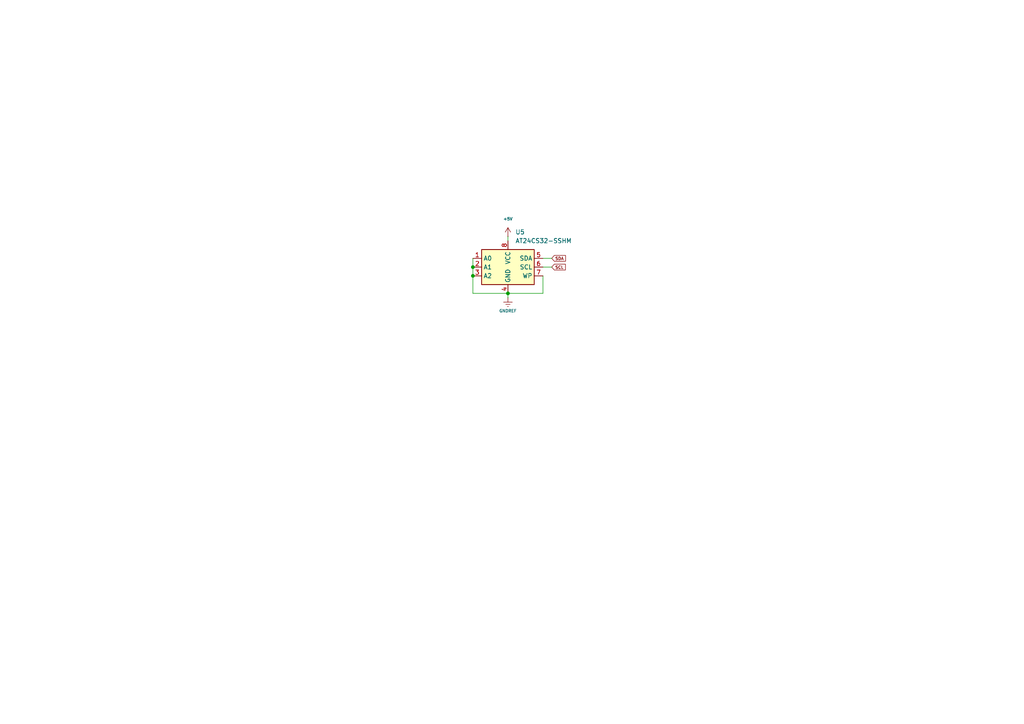
<source format=kicad_sch>
(kicad_sch
	(version 20250114)
	(generator "eeschema")
	(generator_version "9.0")
	(uuid "2ad8bea3-38e0-40d6-93ca-5affcd0bfaf3")
	(paper "A4")
	(lib_symbols
		(symbol "Library:+5V"
			(power)
			(pin_numbers
				(hide yes)
			)
			(pin_names
				(offset 0)
				(hide yes)
			)
			(exclude_from_sim no)
			(in_bom yes)
			(on_board yes)
			(property "Reference" "#PWR"
				(at 0 -3.81 0)
				(effects
					(font
						(size 1.27 1.27)
					)
					(hide yes)
				)
			)
			(property "Value" "+5V"
				(at 0 3.556 0)
				(effects
					(font
						(size 1.27 1.27)
					)
				)
			)
			(property "Footprint" ""
				(at 0 0 0)
				(effects
					(font
						(size 1.27 1.27)
					)
					(hide yes)
				)
			)
			(property "Datasheet" ""
				(at 0 0 0)
				(effects
					(font
						(size 1.27 1.27)
					)
					(hide yes)
				)
			)
			(property "Description" "Power symbol creates a global label with name \"+5V\""
				(at 0 0 0)
				(effects
					(font
						(size 1.27 1.27)
					)
					(hide yes)
				)
			)
			(property "ki_keywords" "global power"
				(at 0 0 0)
				(effects
					(font
						(size 1.27 1.27)
					)
					(hide yes)
				)
			)
			(symbol "+5V_0_1"
				(polyline
					(pts
						(xy -0.762 1.27) (xy 0 2.54)
					)
					(stroke
						(width 0)
						(type default)
					)
					(fill
						(type none)
					)
				)
				(polyline
					(pts
						(xy 0 2.54) (xy 0.762 1.27)
					)
					(stroke
						(width 0)
						(type default)
					)
					(fill
						(type none)
					)
				)
				(polyline
					(pts
						(xy 0 0) (xy 0 2.54)
					)
					(stroke
						(width 0)
						(type default)
					)
					(fill
						(type none)
					)
				)
			)
			(symbol "+5V_1_1"
				(pin power_in line
					(at 0 0 90)
					(length 0)
					(name "~"
						(effects
							(font
								(size 1.27 1.27)
							)
						)
					)
					(number "1"
						(effects
							(font
								(size 1.27 1.27)
							)
						)
					)
				)
			)
			(embedded_fonts no)
		)
		(symbol "Library:AT24CS32-SSHM"
			(exclude_from_sim no)
			(in_bom yes)
			(on_board yes)
			(property "Reference" "U"
				(at -7.62 6.35 0)
				(effects
					(font
						(size 1.27 1.27)
					)
				)
			)
			(property "Value" "AT24CS32-SSHM"
				(at 2.54 -6.35 0)
				(effects
					(font
						(size 1.27 1.27)
					)
					(justify left)
				)
			)
			(property "Footprint" "Package_SO:SOIC-8_3.9x4.9mm_P1.27mm"
				(at 0 0 0)
				(effects
					(font
						(size 1.27 1.27)
					)
					(hide yes)
				)
			)
			(property "Datasheet" "http://ww1.microchip.com/downloads/en/DeviceDoc/Atmel-8869-SEEPROM-AT24CS32-Datasheet.pdf"
				(at 0 0 0)
				(effects
					(font
						(size 1.27 1.27)
					)
					(hide yes)
				)
			)
			(property "Description" "I2C Serial EEPROM, 32Kb (4096x8) with Unique Serial Number, SO8"
				(at 0 0 0)
				(effects
					(font
						(size 1.27 1.27)
					)
					(hide yes)
				)
			)
			(property "ki_keywords" "I2C Serial EEPROM Nonvolatile Memory"
				(at 0 0 0)
				(effects
					(font
						(size 1.27 1.27)
					)
					(hide yes)
				)
			)
			(property "ki_fp_filters" "SOIC*3.9x4.9mm*P1.27mm*"
				(at 0 0 0)
				(effects
					(font
						(size 1.27 1.27)
					)
					(hide yes)
				)
			)
			(symbol "AT24CS32-SSHM_1_1"
				(rectangle
					(start -7.62 5.08)
					(end 7.62 -5.08)
					(stroke
						(width 0.254)
						(type default)
					)
					(fill
						(type background)
					)
				)
				(pin input line
					(at -10.16 2.54 0)
					(length 2.54)
					(name "A0"
						(effects
							(font
								(size 1.27 1.27)
							)
						)
					)
					(number "1"
						(effects
							(font
								(size 1.27 1.27)
							)
						)
					)
				)
				(pin input line
					(at -10.16 0 0)
					(length 2.54)
					(name "A1"
						(effects
							(font
								(size 1.27 1.27)
							)
						)
					)
					(number "2"
						(effects
							(font
								(size 1.27 1.27)
							)
						)
					)
				)
				(pin input line
					(at -10.16 -2.54 0)
					(length 2.54)
					(name "A2"
						(effects
							(font
								(size 1.27 1.27)
							)
						)
					)
					(number "3"
						(effects
							(font
								(size 1.27 1.27)
							)
						)
					)
				)
				(pin power_in line
					(at 0 7.62 270)
					(length 2.54)
					(name "VCC"
						(effects
							(font
								(size 1.27 1.27)
							)
						)
					)
					(number "8"
						(effects
							(font
								(size 1.27 1.27)
							)
						)
					)
				)
				(pin power_in line
					(at 0 -7.62 90)
					(length 2.54)
					(name "GND"
						(effects
							(font
								(size 1.27 1.27)
							)
						)
					)
					(number "4"
						(effects
							(font
								(size 1.27 1.27)
							)
						)
					)
				)
				(pin bidirectional line
					(at 10.16 2.54 180)
					(length 2.54)
					(name "SDA"
						(effects
							(font
								(size 1.27 1.27)
							)
						)
					)
					(number "5"
						(effects
							(font
								(size 1.27 1.27)
							)
						)
					)
				)
				(pin input line
					(at 10.16 0 180)
					(length 2.54)
					(name "SCL"
						(effects
							(font
								(size 1.27 1.27)
							)
						)
					)
					(number "6"
						(effects
							(font
								(size 1.27 1.27)
							)
						)
					)
				)
				(pin input line
					(at 10.16 -2.54 180)
					(length 2.54)
					(name "WP"
						(effects
							(font
								(size 1.27 1.27)
							)
						)
					)
					(number "7"
						(effects
							(font
								(size 1.27 1.27)
							)
						)
					)
				)
			)
			(embedded_fonts no)
		)
		(symbol "Library:GNDREF"
			(power)
			(pin_numbers
				(hide yes)
			)
			(pin_names
				(offset 0)
				(hide yes)
			)
			(exclude_from_sim no)
			(in_bom yes)
			(on_board yes)
			(property "Reference" "#PWR"
				(at 0 -6.35 0)
				(effects
					(font
						(size 1.27 1.27)
					)
					(hide yes)
				)
			)
			(property "Value" "GNDREF"
				(at 0 -3.81 0)
				(effects
					(font
						(size 1.27 1.27)
					)
				)
			)
			(property "Footprint" ""
				(at 0 0 0)
				(effects
					(font
						(size 1.27 1.27)
					)
					(hide yes)
				)
			)
			(property "Datasheet" ""
				(at 0 0 0)
				(effects
					(font
						(size 1.27 1.27)
					)
					(hide yes)
				)
			)
			(property "Description" "Power symbol creates a global label with name \"GNDREF\" , reference supply ground"
				(at 0 0 0)
				(effects
					(font
						(size 1.27 1.27)
					)
					(hide yes)
				)
			)
			(property "ki_keywords" "global power"
				(at 0 0 0)
				(effects
					(font
						(size 1.27 1.27)
					)
					(hide yes)
				)
			)
			(symbol "GNDREF_0_1"
				(polyline
					(pts
						(xy -0.635 -1.905) (xy 0.635 -1.905)
					)
					(stroke
						(width 0)
						(type default)
					)
					(fill
						(type none)
					)
				)
				(polyline
					(pts
						(xy -0.127 -2.54) (xy 0.127 -2.54)
					)
					(stroke
						(width 0)
						(type default)
					)
					(fill
						(type none)
					)
				)
				(polyline
					(pts
						(xy 0 -1.27) (xy 0 0)
					)
					(stroke
						(width 0)
						(type default)
					)
					(fill
						(type none)
					)
				)
				(polyline
					(pts
						(xy 1.27 -1.27) (xy -1.27 -1.27)
					)
					(stroke
						(width 0)
						(type default)
					)
					(fill
						(type none)
					)
				)
			)
			(symbol "GNDREF_1_1"
				(pin power_in line
					(at 0 0 270)
					(length 0)
					(name "~"
						(effects
							(font
								(size 1.27 1.27)
							)
						)
					)
					(number "1"
						(effects
							(font
								(size 1.27 1.27)
							)
						)
					)
				)
			)
			(embedded_fonts no)
		)
	)
	(junction
		(at 147.32 85.09)
		(diameter 0)
		(color 0 0 0 0)
		(uuid "48367795-f567-4833-8f31-a68a7a2043c5")
	)
	(junction
		(at 137.16 77.47)
		(diameter 0)
		(color 0 0 0 0)
		(uuid "dfdfc1bf-904a-4a74-8dad-bc6d860769ef")
	)
	(junction
		(at 137.16 80.01)
		(diameter 0)
		(color 0 0 0 0)
		(uuid "ec681916-89d6-4b9a-b115-4ac96614d7c9")
	)
	(wire
		(pts
			(xy 147.32 85.09) (xy 137.16 85.09)
		)
		(stroke
			(width 0)
			(type default)
		)
		(uuid "28873a7c-72d1-4f06-9e74-4841d0f7fda9")
	)
	(wire
		(pts
			(xy 157.48 80.01) (xy 157.48 85.09)
		)
		(stroke
			(width 0)
			(type default)
		)
		(uuid "38e4cd92-0ef8-43f3-a979-7dd0d28c6bd7")
	)
	(wire
		(pts
			(xy 147.32 68.58) (xy 147.32 69.85)
		)
		(stroke
			(width 0)
			(type default)
		)
		(uuid "458d4c04-d83f-481f-aeb1-193c94aa6e9c")
	)
	(wire
		(pts
			(xy 147.32 86.36) (xy 147.32 85.09)
		)
		(stroke
			(width 0)
			(type default)
		)
		(uuid "4c01a3dd-a1ce-4033-8ac9-556b14ca7b33")
	)
	(wire
		(pts
			(xy 160.02 77.47) (xy 157.48 77.47)
		)
		(stroke
			(width 0)
			(type default)
		)
		(uuid "5cd1b105-f1ba-462a-89f7-dbe4679e13dc")
	)
	(wire
		(pts
			(xy 137.16 74.93) (xy 137.16 77.47)
		)
		(stroke
			(width 0)
			(type default)
		)
		(uuid "81bb30d1-1851-4acd-9027-48551d8dad0c")
	)
	(wire
		(pts
			(xy 157.48 85.09) (xy 147.32 85.09)
		)
		(stroke
			(width 0)
			(type default)
		)
		(uuid "87fd2db2-46ad-4eb6-a959-0a03023d47bc")
	)
	(wire
		(pts
			(xy 137.16 77.47) (xy 137.16 80.01)
		)
		(stroke
			(width 0)
			(type default)
		)
		(uuid "b1cba91c-ccef-432f-9ef3-139ab1aff9ad")
	)
	(wire
		(pts
			(xy 160.02 74.93) (xy 157.48 74.93)
		)
		(stroke
			(width 0)
			(type default)
		)
		(uuid "cc12ef83-4e10-421f-ab80-ff833e804210")
	)
	(wire
		(pts
			(xy 137.16 85.09) (xy 137.16 80.01)
		)
		(stroke
			(width 0)
			(type default)
		)
		(uuid "ecb0749f-ac08-4376-960b-bda1fcc24ea5")
	)
	(global_label "SCL"
		(shape input)
		(at 160.02 77.47 0)
		(fields_autoplaced yes)
		(effects
			(font
				(size 0.85 0.85)
			)
			(justify left)
		)
		(uuid "14352192-f45a-4537-a01d-41ded49b6ed8")
		(property "Intersheetrefs" "${INTERSHEET_REFS}"
			(at 164.3658 77.47 0)
			(effects
				(font
					(size 1.27 1.27)
				)
				(justify left)
				(hide yes)
			)
		)
	)
	(global_label "SDA"
		(shape input)
		(at 160.02 74.93 0)
		(fields_autoplaced yes)
		(effects
			(font
				(size 0.85 0.85)
			)
			(justify left)
		)
		(uuid "d12f5efc-27e8-4861-bfee-1bb90c17c996")
		(property "Intersheetrefs" "${INTERSHEET_REFS}"
			(at 164.4063 74.93 0)
			(effects
				(font
					(size 1.27 1.27)
				)
				(justify left)
				(hide yes)
			)
		)
	)
	(symbol
		(lib_id "Library:+5V")
		(at 147.32 68.58 0)
		(unit 1)
		(exclude_from_sim no)
		(in_bom yes)
		(on_board yes)
		(dnp no)
		(fields_autoplaced yes)
		(uuid "5da53c79-80e5-46c6-8f3a-5769c10f7645")
		(property "Reference" "#PWR067"
			(at 147.32 72.39 0)
			(effects
				(font
					(size 0.85 0.85)
				)
				(hide yes)
			)
		)
		(property "Value" "+5V"
			(at 147.32 63.5 0)
			(effects
				(font
					(size 0.85 0.85)
				)
			)
		)
		(property "Footprint" ""
			(at 147.32 68.58 0)
			(effects
				(font
					(size 0.85 0.85)
				)
				(hide yes)
			)
		)
		(property "Datasheet" ""
			(at 147.32 68.58 0)
			(effects
				(font
					(size 0.85 0.85)
				)
				(hide yes)
			)
		)
		(property "Description" "Power symbol creates a global label with name \"+5V\""
			(at 147.32 68.58 0)
			(effects
				(font
					(size 0.85 0.85)
				)
				(hide yes)
			)
		)
		(pin "1"
			(uuid "848f0a73-dc13-4701-ae68-38a7064bd41d")
		)
		(instances
			(project "MoistureDatalogger"
				(path "/2465b45a-61bf-4bb8-9f23-f35ab1c53bad/72857ee4-b86e-47dc-845a-087f93e05d2e"
					(reference "#PWR067")
					(unit 1)
				)
			)
		)
	)
	(symbol
		(lib_id "Library:GNDREF")
		(at 147.32 86.36 0)
		(unit 1)
		(exclude_from_sim no)
		(in_bom yes)
		(on_board yes)
		(dnp no)
		(uuid "5f855179-2f22-4aaa-b497-9d3be8541481")
		(property "Reference" "#PWR068"
			(at 147.32 92.71 0)
			(effects
				(font
					(size 0.85 0.85)
				)
				(hide yes)
			)
		)
		(property "Value" "GNDREF"
			(at 147.32 90.17 0)
			(effects
				(font
					(size 0.85 0.85)
				)
			)
		)
		(property "Footprint" ""
			(at 147.32 86.36 0)
			(effects
				(font
					(size 0.85 0.85)
				)
				(hide yes)
			)
		)
		(property "Datasheet" ""
			(at 147.32 86.36 0)
			(effects
				(font
					(size 0.85 0.85)
				)
				(hide yes)
			)
		)
		(property "Description" "Power symbol creates a global label with name \"GNDREF\" , reference supply ground"
			(at 147.32 86.36 0)
			(effects
				(font
					(size 0.85 0.85)
				)
				(hide yes)
			)
		)
		(pin "1"
			(uuid "aa7adaac-1790-4a4a-8990-3c2ae6da3d34")
		)
		(instances
			(project "MoistureDatalogger"
				(path "/2465b45a-61bf-4bb8-9f23-f35ab1c53bad/72857ee4-b86e-47dc-845a-087f93e05d2e"
					(reference "#PWR068")
					(unit 1)
				)
			)
		)
	)
	(symbol
		(lib_id "Library:AT24CS32-SSHM")
		(at 147.32 77.47 0)
		(unit 1)
		(exclude_from_sim no)
		(in_bom yes)
		(on_board yes)
		(dnp no)
		(fields_autoplaced yes)
		(uuid "a2baac27-7d31-4d81-9c92-9db13f10ee65")
		(property "Reference" "U5"
			(at 149.4633 67.31 0)
			(effects
				(font
					(size 1.27 1.27)
				)
				(justify left)
			)
		)
		(property "Value" "AT24CS32-SSHM"
			(at 149.4633 69.85 0)
			(effects
				(font
					(size 1.27 1.27)
				)
				(justify left)
			)
		)
		(property "Footprint" "Library:SOIC-8_3.9x4.9mm_P1.27mm"
			(at 147.32 77.47 0)
			(effects
				(font
					(size 1.27 1.27)
				)
				(hide yes)
			)
		)
		(property "Datasheet" "http://ww1.microchip.com/downloads/en/DeviceDoc/Atmel-8869-SEEPROM-AT24CS32-Datasheet.pdf"
			(at 147.32 77.47 0)
			(effects
				(font
					(size 1.27 1.27)
				)
				(hide yes)
			)
		)
		(property "Description" "I2C Serial EEPROM, 32Kb (4096x8) with Unique Serial Number, SO8"
			(at 147.32 77.47 0)
			(effects
				(font
					(size 1.27 1.27)
				)
				(hide yes)
			)
		)
		(pin "3"
			(uuid "49a8eda9-90bc-4fa2-9d97-80d5603e8462")
		)
		(pin "6"
			(uuid "6d34f1a2-ea21-4d9f-926b-78f42594c97c")
		)
		(pin "1"
			(uuid "6112eaf2-c507-4d5b-b6cd-c1d3735f3773")
		)
		(pin "2"
			(uuid "c8d15a36-66b8-4b8f-8800-d32733e8e561")
		)
		(pin "8"
			(uuid "d57df7c6-81ec-4243-91d5-16ec32372402")
		)
		(pin "5"
			(uuid "f88ffd7c-0313-45b9-881f-42e27ea3da87")
		)
		(pin "4"
			(uuid "3be0df5d-5da0-44b9-ac19-ae9c159ea8ec")
		)
		(pin "7"
			(uuid "111846f7-00dd-4d0c-bc1e-ed97cabfea49")
		)
		(instances
			(project ""
				(path "/2465b45a-61bf-4bb8-9f23-f35ab1c53bad/72857ee4-b86e-47dc-845a-087f93e05d2e"
					(reference "U5")
					(unit 1)
				)
			)
		)
	)
)

</source>
